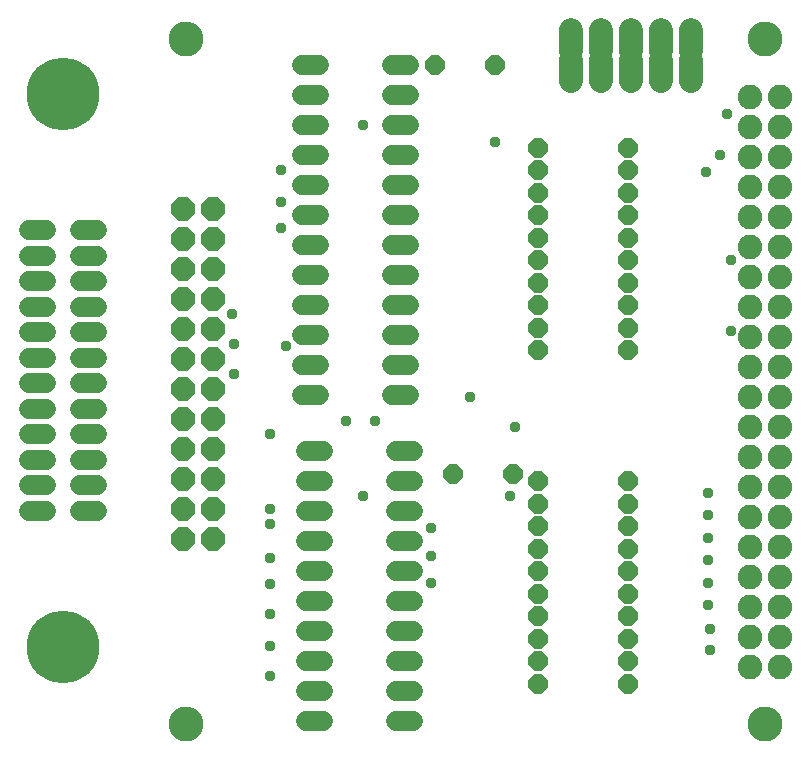
<source format=gbs>
G75*
%MOIN*%
%OFA0B0*%
%FSLAX25Y25*%
%IPPOS*%
%LPD*%
%AMOC8*
5,1,8,0,0,1.08239X$1,22.5*
%
%ADD10C,0.11627*%
%ADD11C,0.06560*%
%ADD12C,0.24200*%
%ADD13OC8,0.06560*%
%ADD14OC8,0.08000*%
%ADD15C,0.08000*%
%ADD16C,0.08200*%
%ADD17C,0.03762*%
D10*
X0118843Y0018247D03*
X0311757Y0018247D03*
X0311757Y0246593D03*
X0118843Y0246593D03*
D11*
X0157420Y0238050D02*
X0163180Y0238050D01*
X0157420Y0238050D01*
X0157420Y0228050D02*
X0163180Y0228050D01*
X0157420Y0228050D01*
X0163180Y0228050D01*
X0163180Y0218050D02*
X0157420Y0218050D01*
X0163180Y0218050D01*
X0157420Y0218050D01*
X0157420Y0208050D02*
X0163180Y0208050D01*
X0157420Y0208050D01*
X0163180Y0208050D01*
X0163180Y0198050D02*
X0157420Y0198050D01*
X0163180Y0198050D01*
X0157420Y0198050D01*
X0157420Y0188050D02*
X0163180Y0188050D01*
X0157420Y0188050D01*
X0163180Y0188050D01*
X0163180Y0178050D02*
X0157420Y0178050D01*
X0163180Y0178050D01*
X0157420Y0178050D01*
X0157420Y0168050D02*
X0163180Y0168050D01*
X0157420Y0168050D01*
X0163180Y0168050D01*
X0163180Y0158050D02*
X0157420Y0158050D01*
X0163180Y0158050D01*
X0157420Y0158050D01*
X0157420Y0148050D02*
X0163180Y0148050D01*
X0157420Y0148050D01*
X0163180Y0148050D01*
X0163180Y0138050D02*
X0157420Y0138050D01*
X0163180Y0138050D01*
X0157420Y0138050D01*
X0157420Y0128050D02*
X0163180Y0128050D01*
X0164430Y0109300D02*
X0158670Y0109300D01*
X0158670Y0099300D02*
X0164430Y0099300D01*
X0164430Y0089300D02*
X0158670Y0089300D01*
X0158670Y0079300D02*
X0164430Y0079300D01*
X0164430Y0069300D02*
X0158670Y0069300D01*
X0158670Y0059300D02*
X0164430Y0059300D01*
X0164430Y0049300D02*
X0158670Y0049300D01*
X0158670Y0039300D02*
X0164430Y0039300D01*
X0164430Y0029300D02*
X0158670Y0029300D01*
X0158670Y0019300D02*
X0164430Y0019300D01*
X0188670Y0019300D02*
X0194430Y0019300D01*
X0194430Y0029300D02*
X0188670Y0029300D01*
X0188670Y0039300D02*
X0194430Y0039300D01*
X0194430Y0049300D02*
X0188670Y0049300D01*
X0188670Y0059300D02*
X0194430Y0059300D01*
X0194430Y0069300D02*
X0188670Y0069300D01*
X0188670Y0079300D02*
X0194430Y0079300D01*
X0194430Y0089300D02*
X0188670Y0089300D01*
X0188670Y0099300D02*
X0194430Y0099300D01*
X0194430Y0109300D02*
X0188670Y0109300D01*
X0187420Y0128050D02*
X0193180Y0128050D01*
X0193180Y0138050D02*
X0187420Y0138050D01*
X0193180Y0138050D01*
X0187420Y0138050D01*
X0187420Y0148050D02*
X0193180Y0148050D01*
X0187420Y0148050D01*
X0193180Y0148050D01*
X0193180Y0158050D02*
X0187420Y0158050D01*
X0193180Y0158050D01*
X0187420Y0158050D01*
X0187420Y0168050D02*
X0193180Y0168050D01*
X0187420Y0168050D01*
X0193180Y0168050D01*
X0193180Y0178050D02*
X0187420Y0178050D01*
X0193180Y0178050D01*
X0187420Y0178050D01*
X0187420Y0188050D02*
X0193180Y0188050D01*
X0187420Y0188050D01*
X0193180Y0188050D01*
X0193180Y0198050D02*
X0187420Y0198050D01*
X0193180Y0198050D01*
X0187420Y0198050D01*
X0187420Y0208050D02*
X0193180Y0208050D01*
X0187420Y0208050D01*
X0193180Y0208050D01*
X0193180Y0218050D02*
X0187420Y0218050D01*
X0193180Y0218050D01*
X0187420Y0218050D01*
X0187420Y0228050D02*
X0193180Y0228050D01*
X0187420Y0228050D01*
X0193180Y0228050D01*
X0193180Y0238050D02*
X0187420Y0238050D01*
X0193180Y0238050D01*
X0089180Y0182925D02*
X0083420Y0182925D01*
X0083420Y0174425D02*
X0089180Y0174425D01*
X0089180Y0165925D02*
X0083420Y0165925D01*
X0083420Y0157425D02*
X0089180Y0157425D01*
X0089180Y0148925D02*
X0083420Y0148925D01*
X0083420Y0140425D02*
X0089180Y0140425D01*
X0089180Y0131925D02*
X0083420Y0131925D01*
X0083420Y0123425D02*
X0089180Y0123425D01*
X0089180Y0114925D02*
X0083420Y0114925D01*
X0083420Y0106425D02*
X0089180Y0106425D01*
X0089180Y0097925D02*
X0083420Y0097925D01*
X0083420Y0089425D02*
X0089180Y0089425D01*
X0072180Y0089425D02*
X0066420Y0089425D01*
X0066420Y0097925D02*
X0072180Y0097925D01*
X0072180Y0106425D02*
X0066420Y0106425D01*
X0066420Y0114925D02*
X0072180Y0114925D01*
X0072180Y0123425D02*
X0066420Y0123425D01*
X0066420Y0131925D02*
X0072180Y0131925D01*
X0072180Y0140425D02*
X0066420Y0140425D01*
X0066420Y0148925D02*
X0072180Y0148925D01*
X0072180Y0157425D02*
X0066420Y0157425D01*
X0066420Y0165925D02*
X0072180Y0165925D01*
X0072180Y0174425D02*
X0066420Y0174425D01*
X0066420Y0182925D02*
X0072180Y0182925D01*
D12*
X0077800Y0044075D03*
X0077800Y0228275D03*
D13*
X0201550Y0238050D03*
X0221550Y0238050D03*
X0235925Y0210550D03*
X0235925Y0203050D03*
X0235925Y0195550D03*
X0235925Y0188050D03*
X0235925Y0180550D03*
X0235925Y0173050D03*
X0235925Y0165550D03*
X0235925Y0158050D03*
X0235925Y0150550D03*
X0235925Y0143050D03*
X0265925Y0143050D03*
X0265925Y0150550D03*
X0265925Y0158050D03*
X0265925Y0165550D03*
X0265925Y0173050D03*
X0265925Y0180550D03*
X0265925Y0188050D03*
X0265925Y0195550D03*
X0265925Y0203050D03*
X0265925Y0210550D03*
X0227800Y0101800D03*
X0235925Y0099300D03*
X0235925Y0091800D03*
X0235925Y0084300D03*
X0235925Y0076800D03*
X0235925Y0069300D03*
X0235925Y0061800D03*
X0235925Y0054300D03*
X0235925Y0046800D03*
X0235925Y0039300D03*
X0235925Y0031800D03*
X0265925Y0031800D03*
X0265925Y0039300D03*
X0265925Y0046800D03*
X0265925Y0054300D03*
X0265925Y0061800D03*
X0265925Y0069300D03*
X0265925Y0076800D03*
X0265925Y0084300D03*
X0265925Y0091800D03*
X0265925Y0099300D03*
X0207800Y0101800D03*
D14*
X0127800Y0099925D03*
X0117800Y0099925D03*
X0117800Y0089925D03*
X0127800Y0089925D03*
X0127800Y0079925D03*
X0117800Y0079925D03*
X0117800Y0109925D03*
X0127800Y0109925D03*
X0127800Y0119925D03*
X0117800Y0119925D03*
X0117800Y0129925D03*
X0127800Y0129925D03*
X0127800Y0139925D03*
X0117800Y0139925D03*
X0117800Y0149925D03*
X0127800Y0149925D03*
X0127800Y0159925D03*
X0117800Y0159925D03*
X0117800Y0169925D03*
X0127800Y0169925D03*
X0127800Y0179925D03*
X0117800Y0179925D03*
X0117800Y0189925D03*
X0127800Y0189925D03*
D15*
X0247175Y0232575D02*
X0247175Y0239775D01*
X0247175Y0242575D02*
X0247175Y0249775D01*
X0257175Y0249775D02*
X0257175Y0242575D01*
X0257175Y0239775D02*
X0257175Y0232575D01*
X0267175Y0232575D02*
X0267175Y0239775D01*
X0267175Y0242575D02*
X0267175Y0249775D01*
X0277175Y0249775D02*
X0277175Y0242575D01*
X0277175Y0239775D02*
X0277175Y0232575D01*
X0287175Y0232575D02*
X0287175Y0239775D01*
X0287175Y0242575D02*
X0287175Y0249775D01*
D16*
X0306757Y0227420D03*
X0316757Y0227420D03*
X0316757Y0217420D03*
X0306757Y0217420D03*
X0306757Y0207420D03*
X0316757Y0207420D03*
X0316757Y0197420D03*
X0306757Y0197420D03*
X0306757Y0187420D03*
X0316757Y0187420D03*
X0316757Y0177420D03*
X0316757Y0167420D03*
X0306757Y0167420D03*
X0306757Y0177420D03*
X0306757Y0157420D03*
X0316757Y0157420D03*
X0316757Y0147420D03*
X0316757Y0137420D03*
X0306757Y0137420D03*
X0306757Y0147420D03*
X0306757Y0127420D03*
X0316757Y0127420D03*
X0316757Y0117420D03*
X0316757Y0107420D03*
X0306757Y0107420D03*
X0306757Y0117420D03*
X0306757Y0097420D03*
X0316757Y0097420D03*
X0316757Y0087420D03*
X0306757Y0087420D03*
X0306757Y0077420D03*
X0316757Y0077381D03*
X0316757Y0067420D03*
X0316757Y0057420D03*
X0306757Y0057420D03*
X0306757Y0067420D03*
X0306757Y0047420D03*
X0316757Y0047420D03*
X0316757Y0037420D03*
X0306757Y0037420D03*
D17*
X0293425Y0043050D03*
X0293425Y0049925D03*
X0292800Y0058050D03*
X0292800Y0065550D03*
X0292800Y0073050D03*
X0292800Y0080550D03*
X0292800Y0088050D03*
X0292800Y0095550D03*
X0226550Y0094300D03*
X0228425Y0117425D03*
X0213425Y0127425D03*
X0181550Y0119300D03*
X0172175Y0119300D03*
X0146550Y0114925D03*
X0134675Y0134925D03*
X0134675Y0144925D03*
X0134050Y0154925D03*
X0152175Y0144300D03*
X0150300Y0183675D03*
X0150300Y0192425D03*
X0150300Y0203050D03*
X0177800Y0218050D03*
X0221550Y0212425D03*
X0292175Y0202425D03*
X0296550Y0208050D03*
X0299050Y0221800D03*
X0300300Y0173050D03*
X0300300Y0149300D03*
X0200300Y0083675D03*
X0200300Y0074300D03*
X0200300Y0065550D03*
X0177800Y0094300D03*
X0146550Y0089925D03*
X0146550Y0084925D03*
X0146550Y0073675D03*
X0146550Y0064925D03*
X0146550Y0054925D03*
X0146550Y0044300D03*
X0146550Y0034300D03*
M02*

</source>
